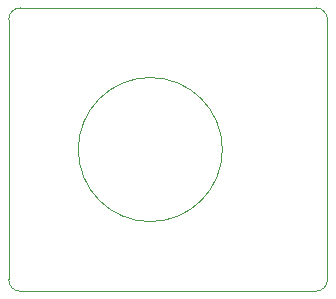
<source format=gm1>
G04 #@! TF.GenerationSoftware,KiCad,Pcbnew,7.0.5.1-1-g8f565ef7f0-dirty-deb11*
G04 #@! TF.CreationDate,2023-06-03T17:33:12+00:00*
G04 #@! TF.ProjectId,pedalboard-led-ring,70656461-6c62-46f6-9172-642d6c65642d,1.0.0*
G04 #@! TF.SameCoordinates,Original*
G04 #@! TF.FileFunction,Profile,NP*
%FSLAX46Y46*%
G04 Gerber Fmt 4.6, Leading zero omitted, Abs format (unit mm)*
G04 Created by KiCad (PCBNEW 7.0.5.1-1-g8f565ef7f0-dirty-deb11) date 2023-06-03 17:33:12*
%MOMM*%
%LPD*%
G01*
G04 APERTURE LIST*
G04 #@! TA.AperFunction,Profile*
%ADD10C,0.100000*%
G04 #@! TD*
G04 APERTURE END LIST*
D10*
X68000000Y-71000000D02*
G75*
G03*
X69000000Y-72000000I1000000J0D01*
G01*
X86100000Y-60000000D02*
G75*
G03*
X86100000Y-60000000I-6100000J0D01*
G01*
X95000000Y-49000000D02*
X95000000Y-71000000D01*
X68000000Y-71000000D02*
X68000000Y-49000000D01*
X94000000Y-72000000D02*
G75*
G03*
X95000000Y-71000000I0J1000000D01*
G01*
X69000000Y-48000000D02*
X94000000Y-48000000D01*
X94000000Y-72000000D02*
X69000000Y-72000000D01*
X69000000Y-48000000D02*
G75*
G03*
X68000000Y-49000000I0J-1000000D01*
G01*
X95000000Y-49000000D02*
G75*
G03*
X94000000Y-48000000I-1000000J0D01*
G01*
M02*

</source>
